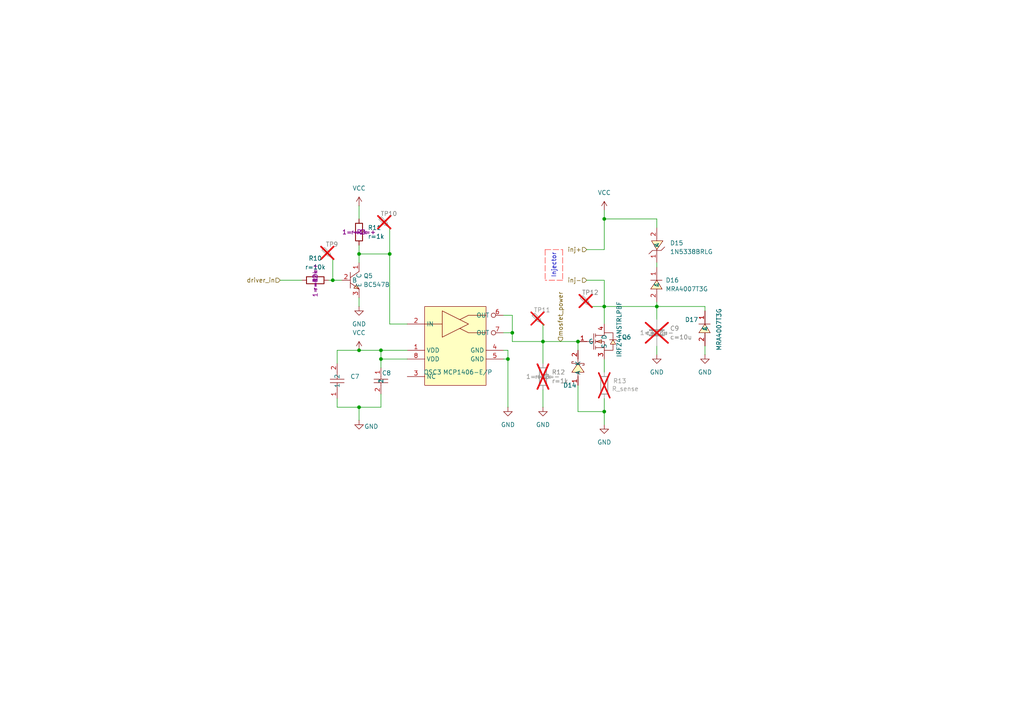
<source format=kicad_sch>
(kicad_sch (version 20250114) (generator "eeschema") (generator_version "9.0")
  (paper "A4")
  (lib_symbols
    (symbol "Connector:TestPoint_Probe" (pin_numbers (hide yes)) (pin_names (offset 0.762) (hide yes))
      (property "Reference" "TP" (at 1.651 5.842 0))
      (property "Value" "TestPoint_Probe" (at 1.651 4.064 0))
      (symbol "TestPoint_Probe_0_1"
        (polyline (pts (xy 1.27 0.762) (xy 0 0) (xy 0.762 1.27) (xy 1.27 0.762)) (fill (type outline)))
        (polyline (pts (xy 1.397 0.635) (xy 0.635 1.397) (xy 2.413 3.175) (xy 3.175 2.413) (xy 1.397 0.635)) (fill (type background)))
      )
      (symbol "TestPoint_Probe_1_1"
        (pin passive line (at 0 0 90) (length 0) (name "1") (number "1"))
      )
    )
    (symbol "Device:C" (pin_numbers (hide yes)) (pin_names (offset 0.254))
      (property "Reference" "C" (at 0.635 2.54 0))
      (property "Value" "C" (at 0.635 -2.54 0))
      (symbol "C_0_1"
        (polyline (pts (xy -2.032 0.762) (xy 2.032 0.762)) (stroke (width 0.508)))
        (polyline (pts (xy -2.032 -0.762) (xy 2.032 -0.762)) (stroke (width 0.508)))
      )
      (symbol "C_1_1"
        (pin passive line (at 0 3.81 270) (length 2.794) (name "~") (number "1"))
        (pin passive line (at 0 -3.81 90) (length 2.794) (name "~") (number "2"))
      )
    )
    (symbol "Device:R" (pin_numbers (hide yes)) (pin_names (offset 0))
      (property "Reference" "R" (at 2.032 0 90))
      (property "Value" "R" (at 0 0 90))
      (symbol "R_0_1"
        (rectangle (start -1.016 -2.54) (end 1.016 2.54) (stroke (width 0.254)))
      )
      (symbol "R_1_1"
        (pin passive line (at 0 3.81 270) (length 1.27) (name "~") (number "1"))
        (pin passive line (at 0 -3.81 90) (length 1.27) (name "~") (number "2"))
      )
    )
    (symbol "EasyEDA:1N5338BRLG"
      (property "Reference" "D" (at 0 5.08 0))
      (property "Value" "1N5338BRLG" (at 0 -5.08 0))
      (symbol "1N5338BRLG_0_1"
        (polyline (pts (xy -2.54 2.29) (xy -1.52 1.27) (xy -1.52 -1.27) (xy -0.51 -2.29)))
        (polyline (pts (xy 1.27 1.52) (xy -1.27 0) (xy 1.27 -1.78) (xy 1.27 1.52)) (fill (type background)))
        (pin unspecified line (at -5.08 0 0) (length 3.81) (name "K") (number "1"))
        (pin unspecified line (at 5.08 0 180) (length 3.81) (name "A") (number "2"))
      )
    )
    (symbol "EasyEDA:B32529C0105J289"
      (property "Reference" "C" (at 0 5.08 0))
      (property "Value" "B32529C0105J289" (at 0 -5.08 0))
      (symbol "B32529C0105J289_0_1"
        (polyline (pts (xy -1.27 0) (xy -0.51 0)))
        (polyline (pts (xy -0.51 2.03) (xy -0.51 -2.03)))
        (polyline (pts (xy 0.51 2.03) (xy 0.51 -2.03)))
        (polyline (pts (xy 0.51 0) (xy 1.27 0)))
        (pin input line (at -3.81 0 0) (length 2.54) (name "1") (number "1"))
        (pin input line (at 3.81 0 180) (length 2.54) (name "2") (number "2"))
      )
    )
    (symbol "EasyEDA:BC547B"
      (property "Reference" "Q" (at 0 10.16 0))
      (property "Value" "BC547B" (at 0 -10.16 0))
      (symbol "BC547B_0_1"
        (polyline (pts (xy -2.54 2.29) (xy -2.54 -2.29)))
        (polyline (pts (xy -2.54 -0.76) (xy 0 -2.54)))
        (polyline (pts (xy 0 2.54) (xy -2.54 0.76)))
        (polyline (pts (xy 0 -2.54) (xy -0.76 -1.27) (xy -1.52 -2.29) (xy 0 -2.54)) (fill (type background)))
        (pin input line (at -5.08 0 0) (length 2.54) (name "B") (number "2"))
        (pin input line (at 0 5.08 270) (length 2.54) (name "C") (number "1"))
        (pin input line (at 0 -5.08 90) (length 2.54) (name "E") (number "3"))
      )
    )
    (symbol "EasyEDA:CC1H104MC1FD3F6C10MF"
      (property "Reference" "C" (at 0 5.08 0))
      (property "Value" "CC1H104MC1FD3F6C10MF" (at 0 -5.08 0))
      (symbol "CC1H104MC1FD3F6C10MF_0_1"
        (polyline (pts (xy -0.51 0) (xy -2.54 0)))
        (polyline (pts (xy -0.51 -2.03) (xy -0.51 2.03)))
        (polyline (pts (xy 0.51 2.03) (xy 0.51 -2.03)))
        (polyline (pts (xy 2.54 0) (xy 0.51 0)))
        (pin unspecified line (at -5.08 0 0) (length 2.54) (name "1") (number "1"))
        (pin unspecified line (at 5.08 0 180) (length 2.54) (name "2") (number "2"))
      )
    )
    (symbol "EasyEDA:DF2S6P2FU,H3F"
      (property "Reference" "D" (at 0 5.08 0))
      (property "Value" "DF2S6P2FU,H3F" (at 0 -5.08 0))
      (symbol "DF2S6P2FU,H3F_0_1"
        (polyline (pts (xy -1.78 1.27) (xy -1.78 1.78) (xy -1.27 1.78) (xy -1.27 -1.78) (xy -0.76 -1.78) (xy -0.76 -1.27)))
        (polyline (pts (xy -1.27 0) (xy -2.54 0)))
        (polyline (pts (xy 1.27 1.78) (xy -1.27 0) (xy 1.27 -1.78) (xy 1.27 1.78)) (fill (type background)))
        (polyline (pts (xy 2.54 0) (xy 1.27 0)))
        (pin unspecified line (at -5.08 0 0) (length 2.54) (name "K") (number "2"))
        (pin unspecified line (at 5.08 0 180) (length 2.54) (name "A") (number "1"))
      )
    )
    (symbol "EasyEDA:IRFZ44NSTRLPBF"
      (property "Reference" "Q" (at 0 10.16 0))
      (property "Value" "IRFZ44NSTRLPBF" (at 0 -10.16 0))
      (symbol "IRFZ44NSTRLPBF_0_1"
        (polyline (pts (xy -2.54 0) (xy -0.51 0)))
        (polyline (pts (xy -0.51 2.29) (xy -0.51 -2.29)))
        (polyline (pts (xy 0 2.29) (xy 0 1.27)))
        (polyline (pts (xy 0 1.78) (xy 2.54 1.78) (xy 2.54 2.54) (xy 5.08 2.54) (xy 5.08 0.51)))
        (polyline (pts (xy 0 0) (xy 2.54 0) (xy 2.54 -2.54) (xy 5.08 -2.54) (xy 5.08 -0.76)))
        (polyline (pts (xy 0 -0.51) (xy 0 0.51)))
        (polyline (pts (xy 0 -2.29) (xy 0 -1.27)))
        (polyline (pts (xy 0.25 0) (xy 1.78 -0.51) (xy 1.78 0.51) (xy 0.25 0)) (fill (type background)))
        (polyline (pts (xy 2.54 -1.78) (xy 0 -1.78)))
        (polyline (pts (xy 5.08 0.51) (xy 4.32 -0.76) (xy 5.84 -0.76) (xy 5.08 0.51)) (fill (type background)))
        (polyline (pts (xy 6.1 0.51) (xy 5.59 0.51) (xy 4.57 0.51) (xy 4.06 0.51)))
        (pin unspecified line (at -5.08 0 0) (length 2.54) (name "G") (number "1"))
        (pin unspecified line (at 2.54 5.08 270) (length 2.54) (name "D") (number "4"))
        (pin unspecified line (at 2.54 -5.08 90) (length 2.54) (name "S") (number "3"))
      )
    )
    (symbol "EasyEDA:MCP1406-E_SN"
      (property "Reference" "U" (at 0 13.97 0))
      (property "Value" "MCP1406-E/SN" (at 0 -13.97 0))
      (symbol "MCP1406-E_SN_0_1"
        (rectangle (start -8.89 11.43) (end 8.89 -11.43) (fill (type background)))
        (polyline (pts (xy -8.89 6.35) (xy -3.81 6.35)))
        (polyline (pts (xy -3.81 2.54) (xy -3.81 10.16) (xy 3.81 6.35) (xy -3.81 2.54)) (fill (type background)))
        (polyline (pts (xy 1.27 7.62) (xy 3.81 8.89) (xy 8.89 8.89)))
        (polyline (pts (xy 1.27 5.08) (xy 3.81 3.81) (xy 8.89 3.81)))
        (pin unspecified line (at -13.97 6.35 0) (length 5.08) (name "IN") (number "2"))
        (pin power_in line (at -13.97 -1.27 0) (length 5.08) (name "VDD") (number "1"))
        (pin power_in line (at -13.97 -3.81 0) (length 5.08) (name "VDD") (number "8"))
        (pin unspecified line (at -13.97 -8.89 0) (length 5.08) (name "NC") (number "3"))
        (pin output inverted (at 13.97 8.89 180) (length 3.556) (name "OUT") (number "6"))
        (pin output inverted (at 13.97 3.81 180) (length 3.556) (name "OUT") (number "7"))
        (pin power_in line (at 13.97 -1.27 180) (length 5.08) (name "GND") (number "4"))
        (pin power_in line (at 13.97 -3.81 180) (length 5.08) (name "GND") (number "5"))
      )
    )
    (symbol "EasyEDA:MRA4007T3G"
      (property "Reference" "D" (at 0 5.08 0))
      (property "Value" "MRA4007T3G" (at 0 -5.08 0))
      (symbol "MRA4007T3G_0_1"
        (polyline (pts (xy -1.27 -1.78) (xy -1.27 1.52)))
        (polyline (pts (xy 1.27 1.52) (xy -1.27 0) (xy 1.27 -1.78) (xy 1.27 1.52)) (fill (type background)))
        (pin unspecified line (at -5.08 0 0) (length 3.81) (name "C") (number "1"))
        (pin unspecified line (at 5.08 0 180) (length 3.81) (name "A") (number "2"))
      )
    )
    (symbol "power:GND" (power) (pin_numbers (hide yes)) (pin_names (offset 0) (hide yes))
      (property "Value" "GND" (at 0 -3.81 0))
      (symbol "GND_0_1"
        (polyline (pts (xy 0 0) (xy 0 -1.27) (xy 1.27 -1.27) (xy 0 -2.54) (xy -1.27 -1.27) (xy 0 -1.27)))
      )
      (symbol "GND_1_1"
        (pin power_in line (at 0 0 270) (length 0) (name "~") (number "1"))
      )
    )
    (symbol "power:VCC" (power) (pin_numbers (hide yes)) (pin_names (offset 0) (hide yes))
      (property "Value" "VCC" (at 0 3.556 0))
      (symbol "VCC_0_1"
        (polyline (pts (xy -0.762 1.27) (xy 0 2.54)))
        (polyline (pts (xy 0 2.54) (xy 0.762 1.27)))
        (polyline (pts (xy 0 0) (xy 0 2.54)))
      )
      (symbol "VCC_1_1"
        (pin power_in line (at 0 0 90) (length 0) (name "~") (number "1"))
      )
    )
  )
  (text "Injector\n" (at 160.655 76.962 90) (effects (font (size 1.27 1.27))))
  (junction (at 190.5 88.9))
  (junction (at 175.26 63.5))
  (junction (at 148.59 96.52))
  (junction (at 110.49 101.6))
  (junction (at 104.14 101.6))
  (junction (at 147.32 104.14))
  (junction (at 167.64 99.06))
  (junction (at 175.26 88.9))
  (junction (at 104.14 73.66))
  (junction (at 110.49 104.14))
  (junction (at 175.26 119.38))
  (junction (at 104.14 118.11))
  (junction (at 96.52 81.28))
  (junction (at 113.03 73.66))
  (junction (at 157.48 99.06))
  (wire (pts (xy 175.26 63.5) (xy 175.26 72.39)))
  (wire (pts (xy 146.05 101.6) (xy 147.32 101.6)))
  (wire (pts (xy 175.26 104.14) (xy 175.26 107.95)))
  (wire (pts (xy 104.14 118.11) (xy 110.49 118.11)))
  (wire (pts (xy 104.14 73.66) (xy 104.14 76.2)))
  (wire (pts (xy 113.03 66.04) (xy 113.03 73.66)))
  (wire (pts (xy 175.26 119.38) (xy 175.26 123.19)))
  (wire (pts (xy 204.47 88.9) (xy 204.47 90.17)))
  (wire (pts (xy 190.5 100.33) (xy 190.5 102.87)))
  (wire (pts (xy 110.49 104.14) (xy 118.11 104.14)))
  (wire (pts (xy 204.47 100.33) (xy 204.47 102.87)))
  (wire (pts (xy 157.48 99.06) (xy 148.59 99.06)))
  (wire (pts (xy 190.5 88.9) (xy 190.5 92.71)))
  (wire (pts (xy 147.32 104.14) (xy 147.32 101.6)))
  (wire (pts (xy 148.59 99.06) (xy 148.59 96.52)))
  (wire (pts (xy 175.26 115.57) (xy 175.26 119.38)))
  (polyline (pts (xy 163.195 81.28) (xy 158.115 81.28)) (stroke (width 0) (type dash) (color 255 48 44 1)))
  (wire (pts (xy 95.25 81.28) (xy 96.52 81.28)))
  (wire (pts (xy 110.49 104.14) (xy 110.49 101.6)))
  (wire (pts (xy 110.49 101.6) (xy 104.14 101.6)))
  (polyline (pts (xy 158.115 72.39) (xy 158.115 81.28)) (stroke (width 0) (type dash) (color 255 48 44 1)))
  (wire (pts (xy 175.26 81.28) (xy 175.26 88.9)))
  (wire (pts (xy 113.03 73.66) (xy 113.03 93.98)))
  (wire (pts (xy 97.79 101.6) (xy 104.14 101.6)))
  (wire (pts (xy 104.14 118.11) (xy 104.14 121.92)))
  (wire (pts (xy 157.48 99.06) (xy 167.64 99.06)))
  (wire (pts (xy 110.49 118.11) (xy 110.49 114.3)))
  (wire (pts (xy 170.18 81.28) (xy 175.26 81.28)))
  (wire (pts (xy 110.49 101.6) (xy 118.11 101.6)))
  (wire (pts (xy 148.59 91.44) (xy 146.05 91.44)))
  (wire (pts (xy 175.26 63.5) (xy 190.5 63.5)))
  (wire (pts (xy 167.64 99.06) (xy 167.64 101.6)))
  (wire (pts (xy 110.49 104.14) (xy 110.49 106.68)))
  (wire (pts (xy 81.28 81.28) (xy 87.63 81.28)))
  (wire (pts (xy 175.26 88.9) (xy 175.26 93.98)))
  (wire (pts (xy 157.48 99.06) (xy 157.48 105.41)))
  (wire (pts (xy 175.26 119.38) (xy 167.64 119.38)))
  (wire (pts (xy 96.52 74.93) (xy 96.52 81.28)))
  (wire (pts (xy 113.03 93.98) (xy 118.11 93.98)))
  (wire (pts (xy 146.05 104.14) (xy 147.32 104.14)))
  (wire (pts (xy 171.45 88.9) (xy 175.26 88.9)))
  (wire (pts (xy 157.48 93.98) (xy 157.48 99.06)))
  (wire (pts (xy 190.5 63.5) (xy 190.5 66.04)))
  (wire (pts (xy 175.26 88.9) (xy 190.5 88.9)))
  (polyline (pts (xy 163.195 72.39) (xy 163.195 81.28)) (stroke (width 0) (type dash) (color 255 48 44 1)))
  (wire (pts (xy 190.5 88.9) (xy 204.47 88.9)))
  (wire (pts (xy 175.26 60.96) (xy 175.26 63.5)))
  (wire (pts (xy 104.14 86.36) (xy 104.14 88.9)))
  (wire (pts (xy 104.14 73.66) (xy 113.03 73.66)))
  (wire (pts (xy 146.05 96.52) (xy 148.59 96.52)))
  (wire (pts (xy 157.48 113.03) (xy 157.48 118.11)))
  (wire (pts (xy 104.14 71.12) (xy 104.14 73.66)))
  (wire (pts (xy 97.79 118.11) (xy 104.14 118.11)))
  (wire (pts (xy 97.79 115.57) (xy 97.79 118.11)))
  (wire (pts (xy 170.18 72.39) (xy 175.26 72.39)))
  (wire (pts (xy 104.14 59.69) (xy 104.14 63.5)))
  (wire (pts (xy 190.5 76.2) (xy 190.5 77.47)))
  (wire (pts (xy 190.5 87.63) (xy 190.5 88.9)))
  (wire (pts (xy 148.59 96.52) (xy 148.59 91.44)))
  (wire (pts (xy 147.32 118.11) (xy 147.32 104.14)))
  (wire (pts (xy 96.52 81.28) (xy 99.06 81.28)))
  (wire (pts (xy 97.79 101.6) (xy 97.79 105.41)))
  (polyline (pts (xy 158.115 72.39) (xy 163.195 72.39)) (stroke (width 0) (type dash) (color 255 48 44 1)))
  (wire (pts (xy 167.64 111.76) (xy 167.64 119.38)))
  (hierarchical_label "inj-" (shape input) (at 170.18 81.28 180))
  (hierarchical_label "driver_in" (shape input) (at 81.28 81.28 180))
  (hierarchical_label "inj+" (shape input) (at 170.18 72.39 180))
  (hierarchical_label "mosfet_power" (shape input) (at 162.56 99.06 90))
  (symbol (lib_id "power:GND") (at 157.48 118.11 0) (unit 1)
    (property "Reference" "#PWR012" (effects (hide yes)))
    (property "Value" "GND" (at 157.48 123.19 0))
    (property "Description" "Power symbol creates a global label with name \"GND\" , ground" (effects (hide yes)))
    (instances (project "injector_PH_driver" (path "" (reference "#PWR034") (unit 1)) (path "" (reference "#PWR023") (unit 1)) (path "" (reference "#PWR012") (unit 1))))
  )
  (symbol (lib_id "EasyEDA:CC1H104MC1FD3F6C10MF") (at 97.79 110.49 90) (unit 1)
    (property "Reference" "C1" (at 101.6 109.2199 90) (effects (justify right)))
    (property "Value" "CC1H104MC1FD3F6C10MF" (effects (hide yes)))
    (property "Footprint" "EasyEDA:CAP-TH_L5.0-W2.5-P5.00-D1.0" (effects (hide yes)))
    (property "Datasheet" "https://lcsc.com/product-detail/Ceramic-Disc-Capacitors_Dersonic-CC1H104MC1FD3F6C10MF_C254085.html" (effects (hide yes)))
    (property "LCSC Part" "C254085" (effects (hide yes)))
    (instances (project "injector_PH_driver" (path "" (reference "C7") (unit 1)) (path "" (reference "C4") (unit 1)) (path "" (reference "C1") (unit 1))))
  )
  (symbol (lib_id "Connector:TestPoint_Probe") (at 157.48 93.98 90) (unit 1) (exclude_from_sim yes) (in_bom no) (on_board no) (dnp yes)
    (property "Reference" "TP3" (at 157.226 89.916 90))
    (property "Value" "TestPoint_Probe" (effects (hide yes)))
    (property "Footprint" "EasyEDA:TEST-TH_BD2.54-P1.39" (effects (hide yes)))
    (property "Description" "test point (alternative probe-style design)" (effects (hide yes)))
    (instances (project "injector_PH_driver" (path "" (reference "TP11") (unit 1)) (path "" (reference "TP7") (unit 1)) (path "" (reference "TP3") (unit 1))))
  )
  (symbol (lib_id "EasyEDA:1N5338BRLG") (at 190.5 71.12 90) (unit 1)
    (property "Reference" "D5" (at 194.31 70.4849 90) (effects (justify right)))
    (property "Value" "1N5338BRLG" (at 194.31 73.0249 90) (effects (justify right)))
    (property "Footprint" "EasyEDA:DO-27_BD5.2-L8.9-P12.90-D1.5-RD" (effects (hide yes)))
    (property "Datasheet" "https://lcsc.com/product-detail/Zener-Diodes_ON_1N5338B_1N5338B_C5307.html" (effects (hide yes)))
    (property "LCSC Part" "C5307" (effects (hide yes)))
    (property "Sim.Library" "sim_lib\\1n5913.lib" (effects (hide yes)))
    (property "Sim.Name" "d1n5913brl" (effects (hide yes)))
    (property "Sim.Device" "SUBCKT" (effects (hide yes)))
    (property "Sim.Pins" "1=2 2=1" (effects (hide yes)))
    (instances (project "injector_PH_driver" (path "" (reference "D15") (unit 1)) (path "" (reference "D11") (unit 1)) (path "" (reference "D5") (unit 1))))
  )
  (symbol (lib_id "Connector:TestPoint_Probe") (at 96.52 74.93 90) (unit 1) (exclude_from_sim yes) (in_bom no) (on_board no) (dnp yes)
    (property "Reference" "TP1" (at 96.266 70.866 90))
    (property "Value" "TestPoint_Probe" (effects (hide yes)))
    (property "Footprint" "EasyEDA:TEST-TH_BD2.54-P1.39" (effects (hide yes)))
    (property "Description" "test point (alternative probe-style design)" (effects (hide yes)))
    (instances (project "injector_PH_driver" (path "" (reference "TP9") (unit 1)) (path "" (reference "TP5") (unit 1)) (path "" (reference "TP1") (unit 1))))
  )
  (symbol (lib_id "power:VCC") (at 104.14 59.69 0) (unit 1)
    (property "Reference" "#PWR06" (effects (hide yes)))
    (property "Value" "VCC" (at 104.14 54.61 0))
    (property "Description" "Power symbol creates a global label with name \"VCC\"" (effects (hide yes)))
    (instances (project "injector_PH_driver" (path "" (reference "#PWR028") (unit 1)) (path "" (reference "#PWR017") (unit 1)) (path "" (reference "#PWR06") (unit 1))))
  )
  (symbol (lib_id "EasyEDA:MRA4007T3G") (at 204.47 95.25 270) (unit 1)
    (property "Reference" "D7" (at 198.628 92.71 90) (effects (justify left)))
    (property "Value" "MRA4007T3G" (at 208.534 89.408 0) (effects (justify left)))
    (property "Footprint" "EasyEDA:DO-41_BD2.4-L4.7-P8.70-D0.9-RD" (effects (hide yes)))
    (property "Datasheet" "https://lcsc.com/product-detail/Diodes-General-Purpose_ON_1N4007RLG_1N4007RLG_C53568.html" (effects (hide yes)))
    (property "LCSC Part" "C53568" (effects (hide yes)))
    (instances (project "injector_PH_driver" (path "" (reference "D17") (unit 1)) (path "" (reference "D13") (unit 1)) (path "" (reference "D7") (unit 1))))
  )
  (symbol (lib_id "power:GND") (at 147.32 118.11 0) (unit 1)
    (property "Reference" "#PWR011" (effects (hide yes)))
    (property "Value" "GND" (at 147.32 123.19 0))
    (property "Description" "Power symbol creates a global label with name \"GND\" , ground" (effects (hide yes)))
    (instances (project "injector_PH_driver" (path "" (reference "#PWR033") (unit 1)) (path "" (reference "#PWR022") (unit 1)) (path "" (reference "#PWR011") (unit 1))))
  )
  (symbol (lib_id "Device:R") (at 175.26 111.76 0) (unit 1) (dnp yes)
    (property "Reference" "R4" (at 177.8 110.4899 0) (effects (justify left)))
    (property "Value" "${SIM.PARAMS}" (effects (hide yes)))
    (property "Footprint" "EasyEDA:RES-TH_BD4.2-L12.0-P16.00-D0.8" (effects (hide yes)))
    (property "Description" "R_sense" (at 181.356 112.776 0))
    (property "Sim.Device" "R" (effects (hide yes)))
    (property "Sim.Type" "=" (effects (hide yes)))
    (property "Sim.Params" "r=1k" (effects (hide yes)))
    (property "Sim.Pins" "1=- 2=+" (effects (hide yes)))
    (instances (project "injector_PH_driver" (path "" (reference "R13") (unit 1)) (path "" (reference "R9") (unit 1)) (path "" (reference "R4") (unit 1))))
  )
  (symbol (lib_id "power:VCC") (at 175.26 60.96 0) (unit 1)
    (property "Reference" "#PWR013" (effects (hide yes)))
    (property "Value" "VCC" (at 175.26 55.88 0))
    (property "Description" "Power symbol creates a global label with name \"VCC\"" (effects (hide yes)))
    (instances (project "injector_PH_driver" (path "" (reference "#PWR035") (unit 1)) (path "" (reference "#PWR024") (unit 1)) (path "" (reference "#PWR013") (unit 1))))
  )
  (symbol (lib_id "Device:R") (at 91.44 81.28 90) (unit 1)
    (property "Reference" "R1" (at 91.44 74.93 90))
    (property "Value" "${SIM.PARAMS}" (at 91.44 77.47 90))
    (property "Footprint" "EasyEDA:RES-TH_BD4.2-L12.0-P16.00-D0.8" (effects (hide yes)))
    (property "Description" "Resistor" (effects (hide yes)))
    (property "Sim.Device" "R" (at 91.44 81.28 0))
    (property "Sim.Type" "=" (at 91.44 81.28 0))
    (property "Sim.Params" "r=10k" (at 91.44 81.28 0))
    (property "Sim.Pins" "1=- 2=+" (at 91.44 81.28 0))
    (instances (project "injector_PH_driver" (path "" (reference "R10") (unit 1)) (path "" (reference "R6") (unit 1)) (path "" (reference "R1") (unit 1))))
  )
  (symbol (lib_id "EasyEDA:DF2S6P2FU,H3F") (at 167.64 106.68 90) (mirror x) (unit 1)
    (property "Reference" "D4" (at 163.322 111.76 90) (effects (justify right)))
    (property "Value" "DF2S6P2FU,H3F" (effects (hide yes)))
    (property "Footprint" "EasyEDA:DO-201_BD5.3-L9.5-P13.50-D1.4-FD" (effects (hide yes)))
    (property "Datasheet" "https://lcsc.com/product-detail/TVS_STMicroelectronics_1-5KE18A_1-5KE18A_C132974.html" (effects (hide yes)))
    (property "LCSC Part" "C132974" (effects (hide yes)))
    (property "Sim.Library" "sim_lib\\15ke18a.lib" (effects (hide yes)))
    (property "Sim.Name" "t15ke18" (effects (hide yes)))
    (property "Sim.Device" "SUBCKT" (effects (hide yes)))
    (property "Sim.Pins" "1=9 2=2" (effects (hide yes)))
    (instances (project "injector_PH_driver" (path "" (reference "D14") (unit 1)) (path "" (reference "D10") (unit 1)) (path "" (reference "D4") (unit 1))))
  )
  (symbol (lib_id "power:GND") (at 104.14 88.9 0) (unit 1)
    (property "Reference" "#PWR07" (effects (hide yes)))
    (property "Value" "GND" (at 104.14 93.98 0))
    (property "Description" "Power symbol creates a global label with name \"GND\" , ground" (effects (hide yes)))
    (instances (project "injector_PH_driver" (path "" (reference "#PWR029") (unit 1)) (path "" (reference "#PWR018") (unit 1)) (path "" (reference "#PWR07") (unit 1))))
  )
  (symbol (lib_id "Device:R") (at 157.48 109.22 0) (unit 1) (dnp yes)
    (property "Reference" "R3" (at 160.02 107.9499 0) (effects (justify left)))
    (property "Value" "${SIM.PARAMS}" (at 160.02 110.4899 0) (effects (justify left)))
    (property "Footprint" "EasyEDA:RES-TH_BD4.2-L12.0-P16.00-D0.8" (effects (hide yes)))
    (property "Description" "Resistor" (effects (hide yes)))
    (property "Sim.Device" "R" (at 157.48 109.22 0))
    (property "Sim.Type" "=" (at 157.48 109.22 0))
    (property "Sim.Params" "r=1k" (at 157.48 109.22 0))
    (property "Sim.Pins" "1=+ 2=-" (at 157.48 109.22 0))
    (instances (project "injector_PH_driver" (path "" (reference "R12") (unit 1)) (path "" (reference "R8") (unit 1)) (path "" (reference "R3") (unit 1))))
  )
  (symbol (lib_id "power:GND") (at 104.14 121.92 0) (unit 1)
    (property "Reference" "#PWR010" (effects (hide yes)))
    (property "Value" "GND" (at 107.696 123.698 0))
    (property "Description" "Power symbol creates a global label with name \"GND\" , ground" (effects (hide yes)))
    (instances (project "injector_PH_driver" (path "" (reference "#PWR032") (unit 1)) (path "" (reference "#PWR021") (unit 1)) (path "" (reference "#PWR010") (unit 1))))
  )
  (symbol (lib_id "Device:C") (at 190.5 96.52 0) (unit 1) (dnp yes)
    (property "Reference" "C3" (at 194.31 95.2499 0) (effects (justify left)))
    (property "Value" "${SIM.PARAMS}" (at 194.31 97.7899 0) (effects (justify left)))
    (property "Footprint" "Capacitor_THT:C_Radial_D5.0mm_H5.0mm_P2.00mm" (effects (hide yes)))
    (property "Description" "Unpolarized capacitor" (effects (hide yes)))
    (property "Sim.Device" "C" (at 190.5 96.52 0))
    (property "Sim.Type" "=" (at 190.5 96.52 0))
    (property "Sim.Params" "c=10u" (at 190.5 96.52 0))
    (property "Sim.Pins" "1=+ 2=-" (at 190.5 96.52 0))
    (instances (project "injector_PH_driver" (path "" (reference "C9") (unit 1)) (path "" (reference "C6") (unit 1)) (path "" (reference "C3") (unit 1))))
  )
  (symbol (lib_id "Device:R") (at 104.14 67.31 0) (unit 1)
    (property "Reference" "R2" (at 106.68 66.0399 0) (effects (justify left)))
    (property "Value" "${SIM.PARAMS}" (at 106.68 68.5799 0) (effects (justify left)))
    (property "Footprint" "EasyEDA:RES-TH_BD4.2-L12.0-P16.00-D0.8" (effects (hide yes)))
    (property "Description" "Resistor" (effects (hide yes)))
    (property "Sim.Device" "R" (at 104.14 67.31 0))
    (property "Sim.Type" "=" (at 104.14 67.31 0))
    (property "Sim.Params" "r=1k" (at 104.14 67.31 0))
    (property "Sim.Pins" "1=- 2=+" (at 104.14 67.31 0))
    (instances (project "injector_PH_driver" (path "" (reference "R11") (unit 1)) (path "" (reference "R7") (unit 1)) (path "" (reference "R2") (unit 1))))
  )
  (symbol (lib_id "Connector:TestPoint_Probe") (at 171.45 88.9 90) (unit 1) (exclude_from_sim yes) (in_bom no) (on_board no) (dnp yes)
    (property "Reference" "TP4" (at 171.196 84.836 90))
    (property "Value" "TestPoint_Probe" (effects (hide yes)))
    (property "Footprint" "EasyEDA:TEST-TH_BD2.54-P1.39" (effects (hide yes)))
    (property "Description" "test point (alternative probe-style design)" (effects (hide yes)))
    (instances (project "injector_PH_driver" (path "" (reference "TP12") (unit 1)) (path "" (reference "TP8") (unit 1)) (path "" (reference "TP4") (unit 1))))
  )
  (symbol (lib_id "power:GND") (at 175.26 123.19 0) (unit 1)
    (property "Reference" "#PWR014" (effects (hide yes)))
    (property "Value" "GND" (at 175.26 128.27 0))
    (property "Description" "Power symbol creates a global label with name \"GND\" , ground" (effects (hide yes)))
    (instances (project "injector_PH_driver" (path "" (reference "#PWR036") (unit 1)) (path "" (reference "#PWR025") (unit 1)) (path "" (reference "#PWR014") (unit 1))))
  )
  (symbol (lib_id "power:GND") (at 204.47 102.87 0) (unit 1)
    (property "Reference" "#PWR016" (effects (hide yes)))
    (property "Value" "GND" (at 204.47 107.95 0))
    (property "Description" "Power symbol creates a global label with name \"GND\" , ground" (effects (hide yes)))
    (instances (project "injector_PH_driver" (path "" (reference "#PWR038") (unit 1)) (path "" (reference "#PWR027") (unit 1)) (path "" (reference "#PWR016") (unit 1))))
  )
  (symbol (lib_id "Connector:TestPoint_Probe") (at 113.03 66.04 90) (unit 1) (exclude_from_sim yes) (in_bom no) (on_board no) (dnp yes)
    (property "Reference" "TP2" (at 112.776 61.976 90))
    (property "Value" "TestPoint_Probe" (effects (hide yes)))
    (property "Footprint" "EasyEDA:TEST-TH_BD2.54-P1.39" (effects (hide yes)))
    (property "Description" "test point (alternative probe-style design)" (effects (hide yes)))
    (instances (project "injector_PH_driver" (path "" (reference "TP10") (unit 1)) (path "" (reference "TP6") (unit 1)) (path "" (reference "TP2") (unit 1))))
  )
  (symbol (lib_id "EasyEDA:IRFZ44NSTRLPBF") (at 172.72 99.06 0) (unit 1)
    (property "Reference" "Q2" (at 180.34 97.7899 0) (effects (justify left)))
    (property "Value" "IRFZ44NSTRLPBF" (at 179.578 103.632 90) (effects (justify left)))
    (property "Footprint" "EasyEDA:TO-220-3_L10.0-W4.5-P2.54-L" (effects (hide yes)))
    (property "Datasheet" "https://lcsc.com/product-detail/MOSFET_IR_IRFZ44NPBF_IRFZ44NPBF_C2586.html" (effects (hide yes)))
    (property "LCSC Part" "C2586" (effects (hide yes)))
    (instances (project "injector_PH_driver" (path "" (reference "Q6") (unit 1)) (path "" (reference "Q4") (unit 1)) (path "" (reference "Q2") (unit 1))))
  )
  (symbol (lib_id "power:GND") (at 190.5 102.87 0) (unit 1)
    (property "Reference" "#PWR015" (effects (hide yes)))
    (property "Value" "GND" (at 190.5 107.95 0))
    (property "Description" "Power symbol creates a global label with name \"GND\" , ground" (effects (hide yes)))
    (instances (project "injector_PH_driver" (path "" (reference "#PWR037") (unit 1)) (path "" (reference "#PWR026") (unit 1)) (path "" (reference "#PWR015") (unit 1))))
  )
  (symbol (lib_id "EasyEDA:BC547B") (at 104.14 81.28 0) (unit 1)
    (property "Reference" "Q1" (at 105.41 80.0099 0) (effects (justify left)))
    (property "Value" "BC547B" (at 105.41 82.5499 0) (effects (justify left)))
    (property "Footprint" "EasyEDA:TO-92-3_L4.9-W3.7-P1.27-L" (effects (hide yes)))
    (property "Datasheet" "https://lcsc.com/product-detail/Transistors-NPN-PNP_LGE-BC547B_C713613.html" (effects (hide yes)))
    (property "LCSC Part" "C713613" (effects (hide yes)))
    (property "Sim.Library" "sim_lib\\BC547B.LIB" (effects (hide yes)))
    (property "Sim.Name" "Qbc547b" (effects (hide yes)))
    (property "Sim.Device" "NPN" (effects (hide yes)))
    (property "Sim.Type" "GUMMELPOON" (effects (hide yes)))
    (property "Sim.Pins" "1=C 2=B 3=E" (effects (hide yes)))
    (instances (project "injector_PH_driver" (path "" (reference "Q5") (unit 1)) (path "" (reference "Q3") (unit 1)) (path "" (reference "Q1") (unit 1))))
  )
  (symbol (lib_id "EasyEDA:MCP1406-E_SN") (at 132.08 100.33 0) (unit 1)
    (property "Reference" "OSC1" (at 125.476 107.95 0))
    (property "Value" "MCP1406-E/P" (at 135.636 107.95 0))
    (property "Footprint" "EasyEDA:PDIP-8_L9.3-W6.4-P2.54-LS7.9-BL-1" (effects (hide yes)))
    (property "LCSC Part" "C512178" (effects (hide yes)))
    (instances (project "injector_PH_driver" (path "" (reference "OSC3") (unit 1)) (path "" (reference "OSC2") (unit 1)) (path "" (reference "OSC1") (unit 1))))
  )
  (symbol (lib_id "EasyEDA:B32529C0105J289") (at 110.49 110.49 270) (unit 1)
    (property "Reference" "C2" (at 110.744 108.204 90) (effects (justify left)))
    (property "Value" "B32529C0105J289" (effects (hide yes)))
    (property "Footprint" "EasyEDA:CAP-TH_L7.3-W4.5-P5.00-D0.5" (effects (hide yes)))
    (property "Datasheet" "https://lcsc.com/product-detail/Suppression-Capacitors_TDK_B32529C0105J289_MKT-1uF-5-63V_C125386.html" (effects (hide yes)))
    (property "LCSC Part" "C125386" (effects (hide yes)))
    (instances (project "injector_PH_driver" (path "" (reference "C8") (unit 1)) (path "" (reference "C5") (unit 1)) (path "" (reference "C2") (unit 1))))
  )
  (symbol (lib_id "EasyEDA:MRA4007T3G") (at 190.5 82.55 270) (unit 1)
    (property "Reference" "D6" (at 193.04 81.2799 90) (effects (justify left)))
    (property "Value" "MRA4007T3G" (at 193.04 83.8199 90) (effects (justify left)))
    (property "Footprint" "EasyEDA:DO-41_BD2.4-L4.7-P8.70-D0.9-RD" (effects (hide yes)))
    (property "Datasheet" "https://lcsc.com/product-detail/Diodes-General-Purpose_ON_1N4007RLG_1N4007RLG_C53568.html" (effects (hide yes)))
    (property "LCSC Part" "C53568" (effects (hide yes)))
    (instances (project "injector_PH_driver" (path "" (reference "D16") (unit 1)) (path "" (reference "D12") (unit 1)) (path "" (reference "D6") (unit 1))))
  )
  (symbol (lib_id "power:VCC") (at 104.14 101.6 0) (unit 1)
    (property "Reference" "#PWR09" (effects (hide yes)))
    (property "Value" "VCC" (at 104.14 96.52 0))
    (property "Description" "Power symbol creates a global label with name \"VCC\"" (effects (hide yes)))
    (instances (project "injector_PH_driver" (path "" (reference "#PWR031") (unit 1)) (path "" (reference "#PWR020") (unit 1)) (path "" (reference "#PWR09") (unit 1))))
  )
)
</source>
